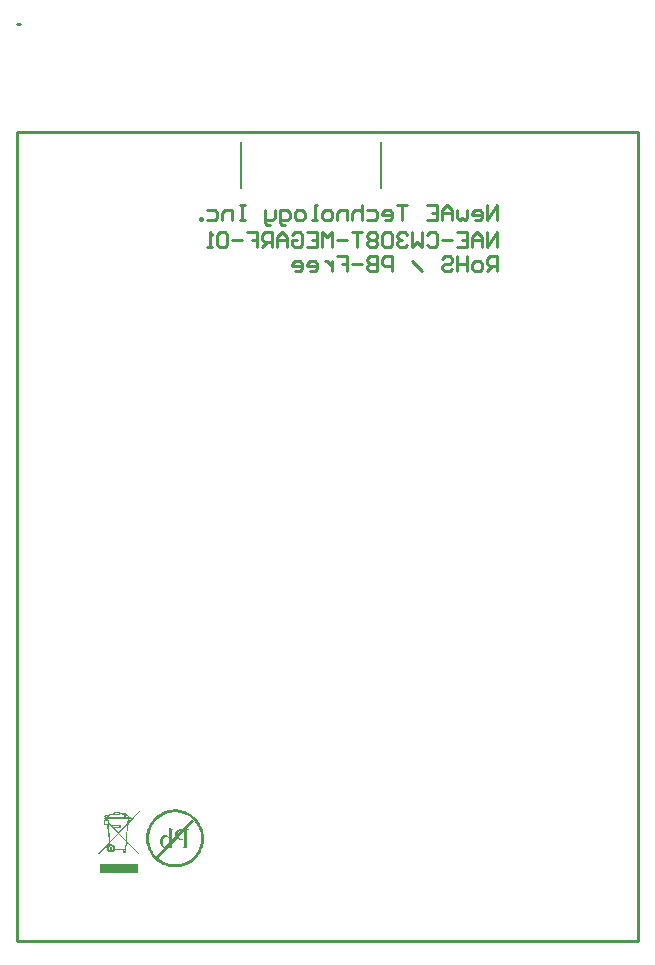
<source format=gbo>
G04 Layer_Color=32896*
%FSLAX25Y25*%
%MOIN*%
G70*
G01*
G75*
%ADD22C,0.01000*%
%ADD44C,0.00787*%
G36*
X152879Y144215D02*
X153596Y144123D01*
X154267Y143984D01*
X154915Y143798D01*
X155517Y143590D01*
X156072Y143336D01*
X156605Y143081D01*
X157067Y142827D01*
X157507Y142549D01*
X157877Y142294D01*
X158201Y142063D01*
X158479Y141832D01*
X158710Y141647D01*
X158849Y141508D01*
X158965Y141415D01*
X158988Y141392D01*
X159474Y140837D01*
X159914Y140281D01*
X160307Y139703D01*
X160608Y139124D01*
X160885Y138546D01*
X161117Y137967D01*
X161302Y137435D01*
X161464Y136903D01*
X161580Y136417D01*
X161672Y135954D01*
X161718Y135561D01*
X161765Y135214D01*
X161788Y134936D01*
X161811Y134728D01*
Y134589D01*
Y134566D01*
Y134543D01*
X161788Y133802D01*
X161695Y133108D01*
X161556Y132414D01*
X161371Y131789D01*
X161163Y131187D01*
X160909Y130609D01*
X160654Y130100D01*
X160399Y129614D01*
X160145Y129197D01*
X159890Y128804D01*
X159636Y128480D01*
X159428Y128202D01*
X159242Y127994D01*
X159104Y127832D01*
X159011Y127716D01*
X158988Y127693D01*
X158456Y127207D01*
X157877Y126768D01*
X157299Y126374D01*
X156720Y126073D01*
X156142Y125796D01*
X155586Y125564D01*
X155031Y125379D01*
X154499Y125217D01*
X154013Y125101D01*
X153550Y125009D01*
X153157Y124963D01*
X152810Y124916D01*
X152532Y124893D01*
X152324Y124870D01*
X152138D01*
X151398Y124893D01*
X150704Y124986D01*
X150033Y125125D01*
X149385Y125310D01*
X148783Y125518D01*
X148228Y125773D01*
X147696Y126027D01*
X147233Y126281D01*
X146793Y126536D01*
X146423Y126791D01*
X146099Y127045D01*
X145821Y127253D01*
X145590Y127438D01*
X145451Y127577D01*
X145335Y127670D01*
X145312Y127693D01*
X144803Y128248D01*
X144363Y128804D01*
X143993Y129382D01*
X143669Y129961D01*
X143392Y130539D01*
X143160Y131118D01*
X142975Y131673D01*
X142813Y132182D01*
X142697Y132668D01*
X142605Y133131D01*
X142559Y133524D01*
X142512Y133871D01*
X142489Y134149D01*
X142466Y134357D01*
Y134496D01*
Y134543D01*
X142489Y135283D01*
X142582Y135977D01*
X142720Y136671D01*
X142906Y137296D01*
X143114Y137898D01*
X143368Y138476D01*
X143623Y138985D01*
X143877Y139471D01*
X144155Y139911D01*
X144410Y140281D01*
X144641Y140605D01*
X144872Y140883D01*
X145058Y141114D01*
X145196Y141253D01*
X145289Y141369D01*
X145312Y141392D01*
X145844Y141901D01*
X146423Y142341D01*
X146978Y142711D01*
X147580Y143035D01*
X148135Y143313D01*
X148714Y143544D01*
X149269Y143729D01*
X149778Y143891D01*
X150264Y144007D01*
X150727Y144099D01*
X151120Y144146D01*
X151467Y144192D01*
X151745Y144215D01*
X151953Y144238D01*
X152138D01*
X152879Y144215D01*
D02*
G37*
G36*
X140551Y143545D02*
X136641Y139472D01*
X136525Y138362D01*
X136270Y135701D01*
X136085Y133780D01*
X140273Y129453D01*
X139996Y129175D01*
X136039Y133224D01*
X135808Y130748D01*
X135692D01*
Y129800D01*
X134812D01*
Y130748D01*
X132082D01*
X131989Y130563D01*
X131851Y130378D01*
X131665Y130170D01*
X131411Y129985D01*
X131110Y129892D01*
X130832Y129869D01*
X130555D01*
X130346Y129939D01*
X130092Y130031D01*
X129884Y130170D01*
X129722Y130332D01*
X129560Y130563D01*
X129444Y130818D01*
X129375Y131049D01*
X129351Y131258D01*
X129375Y131489D01*
X129421Y131674D01*
X129490Y131859D01*
X129583Y132044D01*
X129699Y132206D01*
X129860Y132368D01*
X130046Y132484D01*
X130208Y132553D01*
X130184Y132762D01*
X126714Y129175D01*
X126436Y129476D01*
X130138Y133317D01*
X129837Y136672D01*
X129629Y139102D01*
X128518D01*
Y140652D01*
X128819D01*
X125996Y143545D01*
X126297Y143823D01*
X128935Y141092D01*
Y141300D01*
X128889Y141347D01*
X128819Y141393D01*
X128750Y141462D01*
X128680Y141532D01*
X128634Y141648D01*
X128611Y141740D01*
X128588Y141856D01*
X128611Y141995D01*
X128657Y142087D01*
X128750Y142249D01*
X128866Y142342D01*
X129027Y142411D01*
X129189Y142434D01*
X129351Y142411D01*
X129490Y142365D01*
X129606Y142295D01*
X129652Y142226D01*
X129768Y142318D01*
X129930Y142434D01*
X130138Y142527D01*
X130439Y142642D01*
X130763Y142735D01*
X131087Y142805D01*
X131434Y142874D01*
X131712Y142897D01*
Y143244D01*
X133933D01*
Y142943D01*
X134118D01*
X134396Y142920D01*
X134697Y142874D01*
X134998Y142828D01*
Y143013D01*
X135946D01*
Y142573D01*
X136062Y142504D01*
X136224Y142434D01*
X136386Y142342D01*
X136525Y142249D01*
X136664Y142133D01*
X136756Y142041D01*
X136802Y141971D01*
X136849Y141879D01*
X136826Y141717D01*
X137381D01*
Y140999D01*
X136779D01*
X136687Y140097D01*
X140273Y143823D01*
X140551Y143545D01*
D02*
G37*
G36*
X139718Y125982D02*
Y125935D01*
Y125843D01*
Y125750D01*
Y125658D01*
Y125565D01*
Y125519D01*
Y125496D01*
Y125126D01*
Y124778D01*
Y124616D01*
Y124501D01*
Y124431D01*
Y124408D01*
Y123992D01*
Y123807D01*
Y123645D01*
Y123506D01*
Y123413D01*
Y123344D01*
Y123321D01*
Y123159D01*
Y123043D01*
Y122950D01*
Y122904D01*
Y122835D01*
X127061D01*
Y122858D01*
Y122904D01*
Y123089D01*
Y123251D01*
Y123298D01*
Y123321D01*
Y123691D01*
Y124038D01*
Y124200D01*
Y124316D01*
Y124385D01*
Y124408D01*
Y124825D01*
Y125010D01*
Y125172D01*
Y125311D01*
Y125403D01*
Y125473D01*
Y125496D01*
Y125658D01*
Y125797D01*
Y125889D01*
Y125935D01*
Y125982D01*
Y126005D01*
X139718D01*
Y125982D01*
D02*
G37*
%LPC*%
G36*
X149246Y135029D02*
X149200D01*
X149038Y135005D01*
X148876Y134959D01*
X148598Y134820D01*
X148505Y134728D01*
X148436Y134658D01*
X148390Y134612D01*
X148367Y134589D01*
X148251Y134404D01*
X148158Y134195D01*
X148089Y133987D01*
X148043Y133779D01*
X148020Y133594D01*
X147996Y133455D01*
Y133362D01*
Y133316D01*
X148020Y132992D01*
X148043Y132714D01*
X148112Y132483D01*
X148182Y132298D01*
X148251Y132136D01*
X148297Y132043D01*
X148344Y131974D01*
X148367Y131951D01*
X148436Y131835D01*
X148505Y131766D01*
X148575Y131719D01*
X148598Y131696D01*
X150195Y133293D01*
Y134543D01*
X149987Y134728D01*
X149848Y134843D01*
X149732Y134890D01*
X149709Y134913D01*
X149524Y134982D01*
X149362Y135005D01*
X149246Y135029D01*
D02*
G37*
G36*
X158548Y140443D02*
X158609Y140365D01*
X155910Y137666D01*
X156905D01*
Y137481D01*
X156651D01*
X156419Y137458D01*
X156257Y137389D01*
X156142Y137296D01*
X156119Y137273D01*
X156072Y137204D01*
X156026Y137111D01*
X156003Y136856D01*
X155980Y136741D01*
Y136625D01*
Y136556D01*
Y136533D01*
Y132390D01*
Y132205D01*
X156003Y132043D01*
Y131928D01*
X156026Y131835D01*
X156049Y131766D01*
Y131719D01*
X156072Y131696D01*
X156142Y131604D01*
X156234Y131558D01*
X156419Y131465D01*
X156581Y131442D01*
X156905D01*
Y131257D01*
X154152D01*
Y131442D01*
X154406D01*
X154638Y131465D01*
X154800Y131534D01*
X154892Y131604D01*
X154938Y131627D01*
X154985Y131696D01*
X155008Y131812D01*
X155054Y132067D01*
X155077Y132182D01*
Y132298D01*
Y132367D01*
Y132390D01*
Y134242D01*
X154846Y134195D01*
X154661Y134172D01*
X154545Y134149D01*
X154499D01*
X154290Y134126D01*
X153990D01*
X153712Y134149D01*
X153457Y134172D01*
X153249Y134242D01*
X153064Y134311D01*
X152902Y134357D01*
X152810Y134427D01*
X152740Y134450D01*
X152717Y134473D01*
X150981Y132714D01*
Y131673D01*
X150681Y131488D01*
X150426Y131372D01*
X150310Y131326D01*
X150241Y131280D01*
X150195Y131257D01*
X150172D01*
X149894Y131187D01*
X149662Y131141D01*
X149547Y131118D01*
X149385D01*
X146336Y128068D01*
X146469Y127948D01*
X146978Y127554D01*
X147487Y127207D01*
X148020Y126906D01*
X148529Y126675D01*
X149038Y126467D01*
X149547Y126305D01*
X150010Y126166D01*
X150449Y126050D01*
X150866Y125981D01*
X151213Y125911D01*
X151537Y125888D01*
X151791Y125865D01*
X151977Y125842D01*
X152138D01*
X152810Y125865D01*
X153434Y125958D01*
X154059Y126073D01*
X154614Y126235D01*
X155170Y126444D01*
X155679Y126652D01*
X156142Y126883D01*
X156581Y127115D01*
X156975Y127346D01*
X157322Y127577D01*
X157599Y127809D01*
X157854Y127994D01*
X158062Y128156D01*
X158201Y128272D01*
X158294Y128364D01*
X158317Y128387D01*
X158756Y128873D01*
X159150Y129382D01*
X159497Y129891D01*
X159798Y130424D01*
X160029Y130933D01*
X160238Y131465D01*
X160399Y131951D01*
X160538Y132414D01*
X160654Y132853D01*
X160723Y133270D01*
X160793Y133617D01*
X160816Y133941D01*
X160839Y134195D01*
X160862Y134380D01*
Y134496D01*
Y134543D01*
X160839Y135214D01*
X160747Y135838D01*
X160631Y136463D01*
X160469Y137019D01*
X160261Y137574D01*
X160052Y138083D01*
X159821Y138546D01*
X159590Y138985D01*
X159358Y139356D01*
X159127Y139703D01*
X158895Y140004D01*
X158710Y140235D01*
X158609Y140365D01*
X158618Y140374D01*
X158548Y140443D01*
D02*
G37*
G36*
X155077Y136810D02*
X153296Y135029D01*
X153342Y134936D01*
X153411Y134866D01*
X153434Y134843D01*
X153457Y134820D01*
X153596Y134681D01*
X153735Y134589D01*
X153874Y134519D01*
X154013Y134473D01*
X154129Y134450D01*
X154221Y134427D01*
X154406D01*
X154522Y134450D01*
X154638D01*
X154777Y134473D01*
X154915Y134496D01*
X155031Y134519D01*
X155077D01*
Y136810D01*
D02*
G37*
G36*
X152301Y143266D02*
X152138D01*
X151467Y143243D01*
X150843Y143151D01*
X150218Y143035D01*
X149662Y142873D01*
X149107Y142665D01*
X148598Y142456D01*
X148135Y142225D01*
X147696Y141994D01*
X147325Y141739D01*
X146978Y141508D01*
X146677Y141299D01*
X146446Y141091D01*
X146238Y140929D01*
X146099Y140814D01*
X146006Y140721D01*
X145983Y140698D01*
X145544Y140212D01*
X145150Y139703D01*
X144803Y139194D01*
X144502Y138661D01*
X144271Y138152D01*
X144063Y137643D01*
X143901Y137134D01*
X143762Y136671D01*
X143646Y136232D01*
X143577Y135815D01*
X143507Y135468D01*
X143484Y135144D01*
X143461Y134890D01*
X143438Y134704D01*
Y134589D01*
Y134543D01*
X143461Y133871D01*
X143554Y133247D01*
X143669Y132645D01*
X143831Y132067D01*
X144016Y131511D01*
X144248Y131002D01*
X144479Y130539D01*
X144711Y130123D01*
X144942Y129729D01*
X145173Y129382D01*
X145382Y129081D01*
X145590Y128850D01*
X145651Y128772D01*
X145636Y128758D01*
X145810Y128572D01*
X145868Y128503D01*
X145960Y128410D01*
X145983Y128387D01*
X145810Y128572D01*
X145752Y128642D01*
X145651Y128772D01*
X148320Y131442D01*
X148182Y131534D01*
X148066Y131627D01*
X147973Y131696D01*
X147950Y131719D01*
X147696Y131997D01*
X147511Y132321D01*
X147372Y132622D01*
X147279Y132923D01*
X147233Y133177D01*
X147187Y133386D01*
Y133524D01*
Y133547D01*
Y133571D01*
X147210Y133918D01*
X147256Y134242D01*
X147348Y134496D01*
X147418Y134728D01*
X147511Y134913D01*
X147603Y135029D01*
X147649Y135121D01*
X147672Y135144D01*
X147858Y135329D01*
X148066Y135468D01*
X148251Y135584D01*
X148436Y135653D01*
X148598Y135699D01*
X148714Y135723D01*
X148829D01*
X149107Y135676D01*
X149362Y135584D01*
X149593Y135445D01*
X149778Y135283D01*
X149963Y135121D01*
X150079Y134982D01*
X150172Y134890D01*
X150195Y134843D01*
Y137967D01*
X150403D01*
X151699Y137435D01*
X151629Y137273D01*
X151491Y137319D01*
X151398Y137343D01*
X151305D01*
X151167Y137319D01*
X151144Y137296D01*
X151120D01*
X151074Y137227D01*
X151028Y137157D01*
X151005Y137088D01*
Y137065D01*
Y136972D01*
X150981Y136856D01*
Y136556D01*
Y136394D01*
Y136278D01*
Y136186D01*
Y136162D01*
Y134080D01*
X152115Y135237D01*
X152069Y135468D01*
X152023Y135676D01*
Y135769D01*
Y135815D01*
Y135862D01*
Y135885D01*
X152046Y136093D01*
X152069Y136278D01*
X152138Y136463D01*
X152185Y136602D01*
X152254Y136718D01*
X152324Y136810D01*
X152347Y136856D01*
X152370Y136880D01*
X152509Y137042D01*
X152648Y137157D01*
X152786Y137273D01*
X152925Y137343D01*
X153041Y137412D01*
X153110Y137458D01*
X153180Y137481D01*
X153203D01*
X153411Y137551D01*
X153620Y137597D01*
X153851Y137620D01*
X154059Y137643D01*
X154244Y137666D01*
X154545D01*
X157947Y141045D01*
X158294Y140698D01*
X158548Y140443D01*
X158433Y140582D01*
X158340Y140675D01*
X158317Y140698D01*
X157831Y141161D01*
X157322Y141554D01*
X156790Y141878D01*
X156257Y142179D01*
X155748Y142433D01*
X155239Y142641D01*
X154730Y142804D01*
X154267Y142942D01*
X153828Y143058D01*
X153411Y143128D01*
X153064Y143197D01*
X152740Y143220D01*
X152486Y143243D01*
X152301Y143266D01*
D02*
G37*
G36*
X154129Y137250D02*
X153990Y137204D01*
X153874Y137157D01*
X153781Y137111D01*
X153758Y137088D01*
X153550Y136926D01*
X153411Y136764D01*
X153296Y136625D01*
X153272Y136579D01*
Y136556D01*
X153203Y136440D01*
X153180Y136347D01*
X153157Y136301D01*
Y136278D01*
X154129Y137250D01*
D02*
G37*
G36*
X145983Y128387D02*
X146330Y128063D01*
X146336Y128068D01*
X145983Y128387D01*
D02*
G37*
G36*
X136363Y140999D02*
X129884D01*
X129930Y140652D01*
X130092D01*
Y139912D01*
X131064Y138917D01*
X133979D01*
Y137991D01*
X131966D01*
X133308Y136603D01*
X136247Y139657D01*
X136363Y140999D01*
D02*
G37*
G36*
X129699Y140259D02*
X128935D01*
Y139496D01*
X129699D01*
Y140259D01*
D02*
G37*
G36*
X133586Y138524D02*
X131503D01*
Y138385D01*
X133586D01*
Y138524D01*
D02*
G37*
G36*
X130902Y131975D02*
X130786D01*
X130555Y131952D01*
X130393Y131859D01*
X130254Y131767D01*
X130184Y131628D01*
X130138Y131512D01*
X130092Y131396D01*
Y131304D01*
Y131281D01*
X130115Y131049D01*
X130208Y130887D01*
X130300Y130748D01*
X130439Y130679D01*
X130555Y130633D01*
X130670Y130610D01*
X130763Y130587D01*
X130786D01*
X131017Y130610D01*
X131179Y130702D01*
X131318Y130818D01*
X131388Y130934D01*
X131434Y131072D01*
X131457Y131165D01*
X131480Y131258D01*
Y131281D01*
X131457Y131512D01*
X131365Y131674D01*
X131249Y131813D01*
X131133Y131882D01*
X130994Y131929D01*
X130902Y131975D01*
D02*
G37*
G36*
X135298Y130748D02*
X135206D01*
Y130193D01*
X135298D01*
Y130748D01*
D02*
G37*
G36*
X133308Y136024D02*
X130555Y133178D01*
X130601Y132669D01*
X130786Y132692D01*
X130994Y132669D01*
X131249Y132600D01*
X131503Y132484D01*
X131689Y132345D01*
X131851Y132183D01*
X132012Y131952D01*
X132128Y131674D01*
X132198Y131373D01*
X132175Y131165D01*
X135437D01*
X135669Y133595D01*
X133308Y136024D01*
D02*
G37*
G36*
X136178Y139009D02*
X133586Y136325D01*
X135715Y134127D01*
X136178Y139009D01*
D02*
G37*
G36*
X130092Y139333D02*
Y139102D01*
X130046D01*
X130508Y133710D01*
X133031Y136325D01*
X131411Y137991D01*
X131064D01*
Y138338D01*
X130092Y139333D01*
D02*
G37*
G36*
X129236Y142041D02*
X129213D01*
X129097Y142018D01*
X129027Y141948D01*
X129004Y141856D01*
Y141833D01*
X129027Y141717D01*
X129097Y141671D01*
X129189Y141648D01*
X129213D01*
X129328Y141671D01*
X129375Y141740D01*
X129398Y141809D01*
Y141833D01*
X129375Y141948D01*
X129305Y142018D01*
X129236Y142041D01*
D02*
G37*
G36*
X135553Y142619D02*
X135391D01*
Y142087D01*
X135553D01*
Y142619D01*
D02*
G37*
G36*
X133933Y142527D02*
Y142226D01*
X131712D01*
Y142481D01*
X131249Y142411D01*
X130832Y142318D01*
X130485Y142226D01*
X130208Y142087D01*
X129999Y141971D01*
X129837Y141809D01*
Y141717D01*
X134998D01*
Y142388D01*
X134674Y142457D01*
X134327Y142504D01*
X133933Y142527D01*
D02*
G37*
G36*
X133517Y142851D02*
X132105D01*
Y142619D01*
X133517D01*
Y142851D01*
D02*
G37*
G36*
X135946Y142110D02*
Y141717D01*
X136432D01*
Y141786D01*
X136317Y141902D01*
X136178Y141995D01*
X135946Y142110D01*
D02*
G37*
%LPD*%
G36*
X130948Y131720D02*
X131064Y131674D01*
X131133Y131605D01*
X131179Y131512D01*
X131249Y131350D01*
Y131304D01*
Y131281D01*
X131226Y131119D01*
X131179Y131003D01*
X131110Y130934D01*
X131017Y130887D01*
X130856Y130818D01*
X130786D01*
X130624Y130841D01*
X130508Y130887D01*
X130439Y130957D01*
X130370Y131049D01*
X130323Y131211D01*
Y131258D01*
Y131281D01*
X130346Y131443D01*
X130393Y131558D01*
X130462Y131628D01*
X130555Y131697D01*
X130717Y131744D01*
X130786D01*
X130948Y131720D01*
D02*
G37*
%LPC*%
G36*
X130809Y131350D02*
X130740D01*
X130717Y131327D01*
Y131304D01*
Y131281D01*
Y131235D01*
X130740Y131211D01*
X130786D01*
X130832Y131235D01*
X130856Y131258D01*
Y131281D01*
X130832Y131327D01*
X130809Y131350D01*
D02*
G37*
%LPD*%
D22*
X259543Y323590D02*
Y328589D01*
X257044D01*
X256211Y327756D01*
Y326090D01*
X257044Y325257D01*
X259543D01*
X257877D02*
X256211Y323590D01*
X253712D02*
X252046D01*
X251213Y324424D01*
Y326090D01*
X252046Y326923D01*
X253712D01*
X254545Y326090D01*
Y324424D01*
X253712Y323590D01*
X249547Y328589D02*
Y323590D01*
Y326090D01*
X246214D01*
Y328589D01*
Y323590D01*
X241216Y327756D02*
X242049Y328589D01*
X243715D01*
X244548Y327756D01*
Y326923D01*
X243715Y326090D01*
X242049D01*
X241216Y325257D01*
Y324424D01*
X242049Y323590D01*
X243715D01*
X244548Y324424D01*
X234551Y323590D02*
X231219Y326923D01*
X224555Y323590D02*
Y328589D01*
X222056D01*
X221222Y327756D01*
Y326090D01*
X222056Y325257D01*
X224555D01*
X219556Y328589D02*
Y323590D01*
X217057D01*
X216224Y324424D01*
Y325257D01*
X217057Y326090D01*
X219556D01*
X217057D01*
X216224Y326923D01*
Y327756D01*
X217057Y328589D01*
X219556D01*
X214558Y326090D02*
X211226D01*
X206227Y328589D02*
X209559D01*
Y326090D01*
X207893D01*
X209559D01*
Y323590D01*
X204561Y326923D02*
Y323590D01*
Y325257D01*
X203728Y326090D01*
X202895Y326923D01*
X202062D01*
X197064Y323590D02*
X198730D01*
X199563Y324424D01*
Y326090D01*
X198730Y326923D01*
X197064D01*
X196230Y326090D01*
Y325257D01*
X199563D01*
X192065Y323590D02*
X193731D01*
X194564Y324424D01*
Y326090D01*
X193731Y326923D01*
X192065D01*
X191232Y326090D01*
Y325257D01*
X194564D01*
X259543Y331591D02*
Y336589D01*
X256211Y331591D01*
Y336589D01*
X254545Y331591D02*
Y334923D01*
X252879Y336589D01*
X251213Y334923D01*
Y331591D01*
Y334090D01*
X254545D01*
X246214Y336589D02*
X249547D01*
Y331591D01*
X246214D01*
X249547Y334090D02*
X247880D01*
X244548D02*
X241216D01*
X236217Y335756D02*
X237051Y336589D01*
X238717D01*
X239550Y335756D01*
Y332424D01*
X238717Y331591D01*
X237051D01*
X236217Y332424D01*
X234551Y336589D02*
Y331591D01*
X232885Y333257D01*
X231219Y331591D01*
Y336589D01*
X229553Y335756D02*
X228720Y336589D01*
X227054D01*
X226221Y335756D01*
Y334923D01*
X227054Y334090D01*
X227887D01*
X227054D01*
X226221Y333257D01*
Y332424D01*
X227054Y331591D01*
X228720D01*
X229553Y332424D01*
X224555Y335756D02*
X223722Y336589D01*
X222056D01*
X221222Y335756D01*
Y332424D01*
X222056Y331591D01*
X223722D01*
X224555Y332424D01*
Y335756D01*
X219556D02*
X218723Y336589D01*
X217057D01*
X216224Y335756D01*
Y334923D01*
X217057Y334090D01*
X216224Y333257D01*
Y332424D01*
X217057Y331591D01*
X218723D01*
X219556Y332424D01*
Y333257D01*
X218723Y334090D01*
X219556Y334923D01*
Y335756D01*
X218723Y334090D02*
X217057D01*
X214558Y336589D02*
X211226D01*
X212892D01*
Y331591D01*
X209559Y334090D02*
X206227D01*
X204561Y331591D02*
Y336589D01*
X202895Y334923D01*
X201229Y336589D01*
Y331591D01*
X196230Y336589D02*
X199563D01*
Y331591D01*
X196230D01*
X199563Y334090D02*
X197897D01*
X191232Y335756D02*
X192065Y336589D01*
X193731D01*
X194564Y335756D01*
Y332424D01*
X193731Y331591D01*
X192065D01*
X191232Y332424D01*
Y334090D01*
X192898D01*
X189566Y331591D02*
Y334923D01*
X187900Y336589D01*
X186234Y334923D01*
Y331591D01*
Y334090D01*
X189566D01*
X184568Y331591D02*
Y336589D01*
X182068D01*
X181235Y335756D01*
Y334090D01*
X182068Y333257D01*
X184568D01*
X182902D02*
X181235Y331591D01*
X176237Y336589D02*
X179569D01*
Y334090D01*
X177903D01*
X179569D01*
Y331591D01*
X174571Y334090D02*
X171239D01*
X169572Y335756D02*
X168739Y336589D01*
X167073D01*
X166240Y335756D01*
Y332424D01*
X167073Y331591D01*
X168739D01*
X169572Y332424D01*
Y335756D01*
X164574Y331591D02*
X162908D01*
X163741D01*
Y336589D01*
X164574Y335756D01*
X259543Y340591D02*
Y345589D01*
X256211Y340591D01*
Y345589D01*
X252046Y340591D02*
X253712D01*
X254545Y341424D01*
Y343090D01*
X253712Y343923D01*
X252046D01*
X251213Y343090D01*
Y342257D01*
X254545D01*
X249547Y343923D02*
Y341424D01*
X248713Y340591D01*
X247880Y341424D01*
X247047Y340591D01*
X246214Y341424D01*
Y343923D01*
X244548Y340591D02*
Y343923D01*
X242882Y345589D01*
X241216Y343923D01*
Y340591D01*
Y343090D01*
X244548D01*
X236217Y345589D02*
X239550D01*
Y340591D01*
X236217D01*
X239550Y343090D02*
X237884D01*
X229553Y345589D02*
X226221D01*
X227887D01*
Y340591D01*
X222056D02*
X223722D01*
X224555Y341424D01*
Y343090D01*
X223722Y343923D01*
X222056D01*
X221222Y343090D01*
Y342257D01*
X224555D01*
X216224Y343923D02*
X218723D01*
X219556Y343090D01*
Y341424D01*
X218723Y340591D01*
X216224D01*
X214558Y345589D02*
Y340591D01*
Y343090D01*
X213725Y343923D01*
X212059D01*
X211226Y343090D01*
Y340591D01*
X209559D02*
Y343923D01*
X207060D01*
X206227Y343090D01*
Y340591D01*
X203728D02*
X202062D01*
X201229Y341424D01*
Y343090D01*
X202062Y343923D01*
X203728D01*
X204561Y343090D01*
Y341424D01*
X203728Y340591D01*
X199563D02*
X197897D01*
X198730D01*
Y345589D01*
X199563D01*
X194564Y340591D02*
X192898D01*
X192065Y341424D01*
Y343090D01*
X192898Y343923D01*
X194564D01*
X195397Y343090D01*
Y341424D01*
X194564Y340591D01*
X188733Y338924D02*
X187900D01*
X187067Y339757D01*
Y343923D01*
X189566D01*
X190399Y343090D01*
Y341424D01*
X189566Y340591D01*
X187067D01*
X185401Y343923D02*
Y341424D01*
X184568Y340591D01*
X182068D01*
Y339757D01*
X182902Y338924D01*
X183735D01*
X182068Y340591D02*
Y343923D01*
X175404Y345589D02*
X173738D01*
X174571D01*
Y340591D01*
X175404D01*
X173738D01*
X171239D02*
Y343923D01*
X168739D01*
X167906Y343090D01*
Y340591D01*
X162908Y343923D02*
X165407D01*
X166240Y343090D01*
Y341424D01*
X165407Y340591D01*
X162908D01*
X161242D02*
Y341424D01*
X160409D01*
Y340591D01*
X161242D01*
X99500Y406000D02*
X100500D01*
X136500Y370000D02*
X306500D01*
Y362500D02*
Y370000D01*
X99500Y100500D02*
Y362500D01*
X306500Y100500D02*
Y362500D01*
X99500Y100500D02*
X306500D01*
X99500Y370000D02*
X136500D01*
X99500Y362500D02*
Y370000D01*
D44*
X174272Y351232D02*
Y366587D01*
X220728Y351232D02*
Y366587D01*
M02*

</source>
